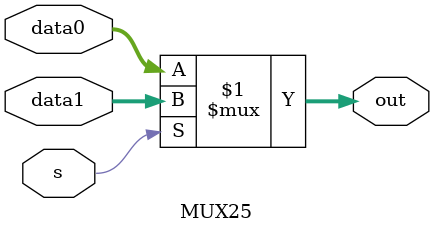
<source format=v>
`timescale 1ns / 1ps


module MUX25(
    input       [4:0]  data0,
    input       [4:0]  data1,
    input               s,
    output      [4:0]  out  
    );
    assign out=(s)?data1:data0;
endmodule

</source>
